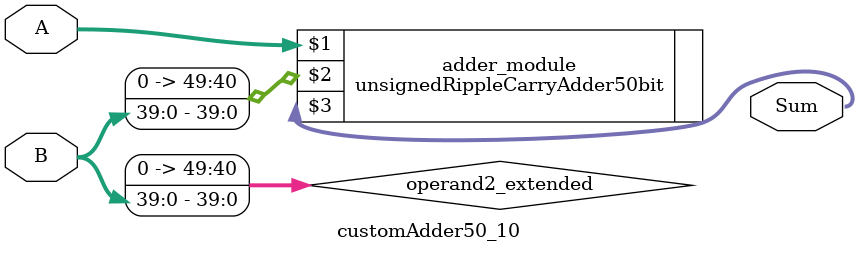
<source format=v>
module customAdder50_10(
                        input [49 : 0] A,
                        input [39 : 0] B,
                        
                        output [50 : 0] Sum
                );

        wire [49 : 0] operand2_extended;
        
        assign operand2_extended =  {10'b0, B};
        
        unsignedRippleCarryAdder50bit adder_module(
            A,
            operand2_extended,
            Sum
        );
        
        endmodule
        
</source>
